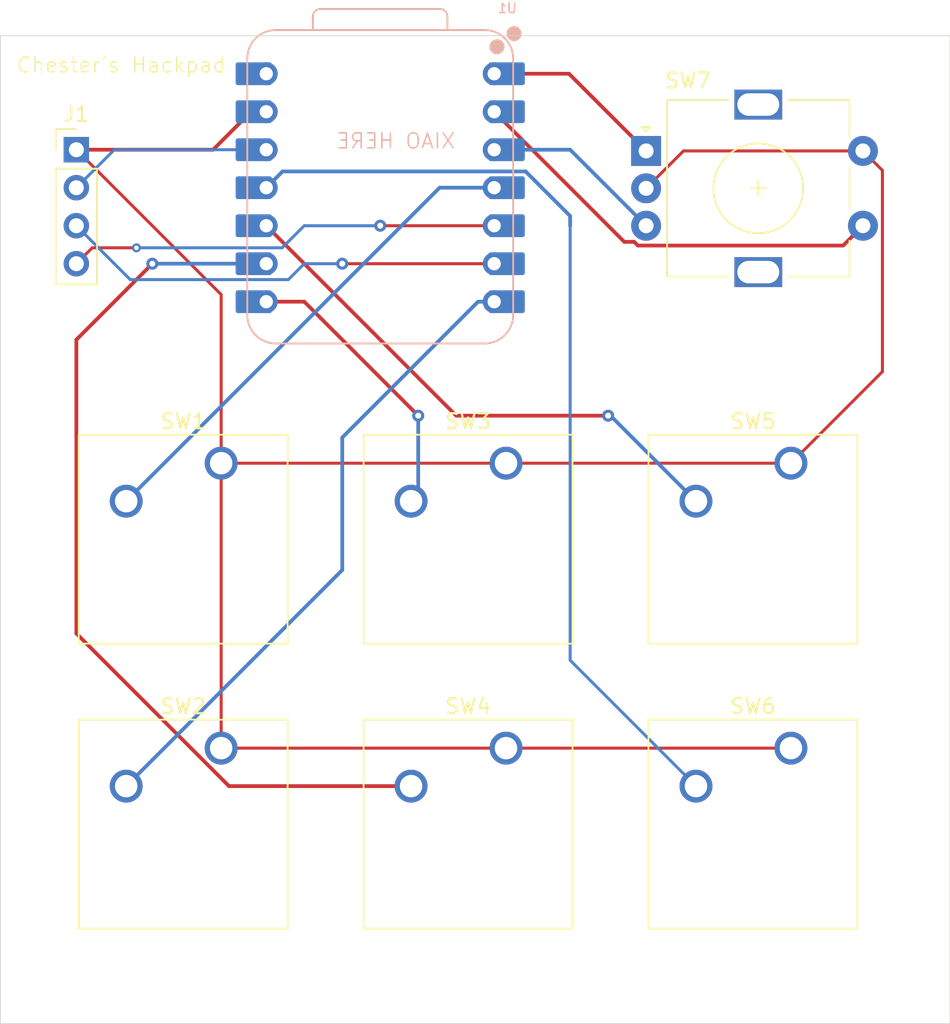
<source format=kicad_pcb>
(kicad_pcb (version 20241229) (generator "pcbnew") (generator_version "9.0")
  (layers (0 "F.Cu" signal) (2 "B.Cu" signal) (13 "F.Paste" user) (15 "B.Paste" user) (5 "F.SilkS" user "F.Silkscreen") (7 "B.SilkS" user "B.Silkscreen") (1 "F.Mask" user) (3 "B.Mask" user) (25 "Edge.Cuts" user))
  (net 0 "")
  (net 1 "Net-(U1-GPIO0{slash}TX)")
  (net 2 "Net-(U1-GPIO1{slash}RX)")
  (net 3 "Net-(U1-GPIO2{slash}SCK)")
  (net 4 "Net-(U1-GPIO4{slash}MISO)")
  (net 5 "Net-(U1-GPIO3{slash}MOSI)")
  (net 6 "Net-(U1-GPIO27{slash}ADC1{slash}A1)")
  (net 7 "Net-(U1-GPIO26{slash}ADC0{slash}A0)")
  (net 8 "Net-(U1-GPIO28{slash}ADC2{slash}A2)")
  (net 9 "+5V")
  (net 10 "Net-(U1-GPIO29{slash}ADC3{slash}A3)")
  (net 11 "Net-(J1-Pin_1)")
  (net 12 "Net-(J1-Pin_4)")
  (net 13 "Net-(J1-Pin_3)")
  (net 14 "Net-(J1-Pin_2)")
  (footprint "Button_Switch_Keyboard:SW_Cherry_MX_1.00u_PCB" (layer "F.Cu") (at 85.88375 156.845)
    (property "Reference" "SW2" (at -2.54 -2.794 0) (layer "F.SilkS"))
    (property "Value" "SW_Push")
    (fp_line (start -9.525 -1.905) (end 4.445 -1.905) (stroke (width 0.12)) (layer "F.SilkS"))
    (fp_line (start -9.525 12.065) (end -9.525 -1.905) (stroke (width 0.12)) (layer "F.SilkS"))
    (fp_line (start 4.445 -1.905) (end 4.445 12.065) (stroke (width 0.12)) (layer "F.SilkS"))
    (fp_line (start 4.445 12.065) (end -9.525 12.065) (stroke (width 0.12)) (layer "F.SilkS"))
    (pad "" np_thru_hole circle (at -7.62 5.08) (size 1.7 1.7) (drill 1.7) (layers "*.Cu" "*.Mask"))
    (pad "" np_thru_hole circle (at -2.54 5.08) (size 4 4) (drill 4) (layers "*.Cu" "*.Mask"))
    (pad "" np_thru_hole circle (at 2.54 5.08) (size 1.7 1.7) (drill 1.7) (layers "*.Cu" "*.Mask"))
    (pad "1" thru_hole circle (at 0 0) (size 2.2 2.2) (drill 1.5) (layers "*.Cu" "*.Mask") (net 11 "Net-(J1-Pin_1)"))
    (pad "2" thru_hole circle (at -6.35 2.54) (size 2.2 2.2) (drill 1.5) (layers "*.Cu" "*.Mask") (net 1 "Net-(U1-GPIO0{slash}TX)"))
  )
  (footprint "Button_Switch_Keyboard:SW_Cherry_MX_1.00u_PCB" (layer "F.Cu") (at 123.98375 156.845)
    (property "Reference" "SW6" (at -2.54 -2.794 0) (layer "F.SilkS"))
    (property "Value" "SW_Push")
    (fp_line (start -9.525 -1.905) (end 4.445 -1.905) (stroke (width 0.12)) (layer "F.SilkS"))
    (fp_line (start -9.525 12.065) (end -9.525 -1.905) (stroke (width 0.12)) (layer "F.SilkS"))
    (fp_line (start 4.445 -1.905) (end 4.445 12.065) (stroke (width 0.12)) (layer "F.SilkS"))
    (fp_line (start 4.445 12.065) (end -9.525 12.065) (stroke (width 0.12)) (layer "F.SilkS"))
    (pad "" np_thru_hole circle (at -7.62 5.08) (size 1.7 1.7) (drill 1.7) (layers "*.Cu" "*.Mask"))
    (pad "" np_thru_hole circle (at -2.54 5.08) (size 4 4) (drill 4) (layers "*.Cu" "*.Mask"))
    (pad "" np_thru_hole circle (at 2.54 5.08) (size 1.7 1.7) (drill 1.7) (layers "*.Cu" "*.Mask"))
    (pad "1" thru_hole circle (at 0 0) (size 2.2 2.2) (drill 1.5) (layers "*.Cu" "*.Mask") (net 11 "Net-(J1-Pin_1)"))
    (pad "2" thru_hole circle (at -6.35 2.54) (size 2.2 2.2) (drill 1.5) (layers "*.Cu" "*.Mask") (net 5 "Net-(U1-GPIO3{slash}MOSI)"))
  )
  (footprint "Connector_PinHeader_2.54mm:PinHeader_1x04_P2.54mm_Vertical" (layer "F.Cu") (at 76.2 116.84)
    (property "Reference" "J1" (at 0 -2.38 0) (layer "F.SilkS"))
    (property "Value" "Conn_01x04")
    (fp_line (start -1.38 -1.38) (end 0 -1.38) (stroke (width 0.12)) (layer "F.SilkS"))
    (fp_line (start -1.38 0) (end -1.38 -1.38) (stroke (width 0.12)) (layer "F.SilkS"))
    (fp_line (start -1.38 1.27) (end -1.38 9) (stroke (width 0.12)) (layer "F.SilkS"))
    (fp_line (start -1.38 1.27) (end 1.38 1.27) (stroke (width 0.12)) (layer "F.SilkS"))
    (fp_line (start -1.38 9) (end 1.38 9) (stroke (width 0.12)) (layer "F.SilkS"))
    (fp_line (start 1.38 1.27) (end 1.38 9) (stroke (width 0.12)) (layer "F.SilkS"))
    (pad "1" thru_hole rect (at 0 0) (size 1.7 1.7) (drill 1) (layers "*.Cu" "*.Mask") (net 11 "Net-(J1-Pin_1)"))
    (pad "2" thru_hole circle (at 0 2.54) (size 1.7 1.7) (drill 1) (layers "*.Cu" "*.Mask") (net 14 "Net-(J1-Pin_2)"))
    (pad "3" thru_hole circle (at 0 5.08) (size 1.7 1.7) (drill 1) (layers "*.Cu" "*.Mask") (net 13 "Net-(J1-Pin_3)"))
    (pad "4" thru_hole circle (at 0 7.62) (size 1.7 1.7) (drill 1) (layers "*.Cu" "*.Mask") (net 12 "Net-(J1-Pin_4)"))
  )
  (footprint "Button_Switch_Keyboard:SW_Cherry_MX_1.00u_PCB" (layer "F.Cu") (at 104.93375 137.795)
    (property "Reference" "SW3" (at -2.54 -2.794 0) (layer "F.SilkS"))
    (property "Value" "SW_Push")
    (fp_line (start -9.525 -1.905) (end 4.445 -1.905) (stroke (width 0.12)) (layer "F.SilkS"))
    (fp_line (start -9.525 12.065) (end -9.525 -1.905) (stroke (width 0.12)) (layer "F.SilkS"))
    (fp_line (start 4.445 -1.905) (end 4.445 12.065) (stroke (width 0.12)) (layer "F.SilkS"))
    (fp_line (start 4.445 12.065) (end -9.525 12.065) (stroke (width 0.12)) (layer "F.SilkS"))
    (pad "" np_thru_hole circle (at -7.62 5.08) (size 1.7 1.7) (drill 1.7) (layers "*.Cu" "*.Mask"))
    (pad "" np_thru_hole circle (at -2.54 5.08) (size 4 4) (drill 4) (layers "*.Cu" "*.Mask"))
    (pad "" np_thru_hole circle (at 2.54 5.08) (size 1.7 1.7) (drill 1.7) (layers "*.Cu" "*.Mask"))
    (pad "1" thru_hole circle (at 0 0) (size 2.2 2.2) (drill 1.5) (layers "*.Cu" "*.Mask") (net 11 "Net-(J1-Pin_1)"))
    (pad "2" thru_hole circle (at -6.35 2.54) (size 2.2 2.2) (drill 1.5) (layers "*.Cu" "*.Mask") (net 2 "Net-(U1-GPIO1{slash}RX)"))
  )
  (footprint "Button_Switch_Keyboard:SW_Cherry_MX_1.00u_PCB" (layer "F.Cu") (at 104.93375 156.845)
    (property "Reference" "SW4" (at -2.54 -2.794 0) (layer "F.SilkS"))
    (property "Value" "SW_Push")
    (fp_line (start -9.525 -1.905) (end 4.445 -1.905) (stroke (width 0.12)) (layer "F.SilkS"))
    (fp_line (start -9.525 12.065) (end -9.525 -1.905) (stroke (width 0.12)) (layer "F.SilkS"))
    (fp_line (start 4.445 -1.905) (end 4.445 12.065) (stroke (width 0.12)) (layer "F.SilkS"))
    (fp_line (start 4.445 12.065) (end -9.525 12.065) (stroke (width 0.12)) (layer "F.SilkS"))
    (pad "" np_thru_hole circle (at -7.62 5.08) (size 1.7 1.7) (drill 1.7) (layers "*.Cu" "*.Mask"))
    (pad "" np_thru_hole circle (at -2.54 5.08) (size 4 4) (drill 4) (layers "*.Cu" "*.Mask"))
    (pad "" np_thru_hole circle (at 2.54 5.08) (size 1.7 1.7) (drill 1.7) (layers "*.Cu" "*.Mask"))
    (pad "1" thru_hole circle (at 0 0) (size 2.2 2.2) (drill 1.5) (layers "*.Cu" "*.Mask") (net 11 "Net-(J1-Pin_1)"))
    (pad "2" thru_hole circle (at -6.35 2.54) (size 2.2 2.2) (drill 1.5) (layers "*.Cu" "*.Mask") (net 3 "Net-(U1-GPIO2{slash}SCK)"))
  )
  (footprint "Button_Switch_Keyboard:SW_Cherry_MX_1.00u_PCB" (layer "F.Cu") (at 123.98375 137.795)
    (property "Reference" "SW5" (at -2.54 -2.794 0) (layer "F.SilkS"))
    (property "Value" "SW_Push")
    (fp_line (start -9.525 -1.905) (end 4.445 -1.905) (stroke (width 0.12)) (layer "F.SilkS"))
    (fp_line (start -9.525 12.065) (end -9.525 -1.905) (stroke (width 0.12)) (layer "F.SilkS"))
    (fp_line (start 4.445 -1.905) (end 4.445 12.065) (stroke (width 0.12)) (layer "F.SilkS"))
    (fp_line (start 4.445 12.065) (end -9.525 12.065) (stroke (width 0.12)) (layer "F.SilkS"))
    (pad "" np_thru_hole circle (at -7.62 5.08) (size 1.7 1.7) (drill 1.7) (layers "*.Cu" "*.Mask"))
    (pad "" np_thru_hole circle (at -2.54 5.08) (size 4 4) (drill 4) (layers "*.Cu" "*.Mask"))
    (pad "" np_thru_hole circle (at 2.54 5.08) (size 1.7 1.7) (drill 1.7) (layers "*.Cu" "*.Mask"))
    (pad "1" thru_hole circle (at 0 0) (size 2.2 2.2) (drill 1.5) (layers "*.Cu" "*.Mask") (net 11 "Net-(J1-Pin_1)"))
    (pad "2" thru_hole circle (at -6.35 2.54) (size 2.2 2.2) (drill 1.5) (layers "*.Cu" "*.Mask") (net 4 "Net-(U1-GPIO4{slash}MISO)"))
  )
  (footprint "Rotary_Encoder:RotaryEncoder_Alps_EC11E-Switch_Vertical_H20mm" (layer "F.Cu") (at 114.3 116.92)
    (property "Reference" "SW7" (at 2.8 -4.7 0) (layer "F.SilkS"))
    (property "Value" "RotaryEncoder_Switch")
    (fp_line (start -0.3 -1.6) (end 0.3 -1.6) (stroke (width 0.12)) (layer "F.SilkS"))
    (fp_line (start 0 -1.3) (end -0.3 -1.6) (stroke (width 0.12)) (layer "F.SilkS"))
    (fp_line (start 0.3 -1.6) (end 0 -1.3) (stroke (width 0.12)) (layer "F.SilkS"))
    (fp_line (start 1.4 -3.4) (end 1.4 8.4) (stroke (width 0.12)) (layer "F.SilkS"))
    (fp_line (start 5.5 -3.4) (end 1.4 -3.4) (stroke (width 0.12)) (layer "F.SilkS"))
    (fp_line (start 5.5 8.4) (end 1.4 8.4) (stroke (width 0.12)) (layer "F.SilkS"))
    (fp_line (start 7 2.5) (end 8 2.5) (stroke (width 0.12)) (layer "F.SilkS"))
    (fp_line (start 7.5 2) (end 7.5 3) (stroke (width 0.12)) (layer "F.SilkS"))
    (fp_line (start 9.5 -3.4) (end 13.6 -3.4) (stroke (width 0.12)) (layer "F.SilkS"))
    (fp_line (start 13.6 -3.4) (end 13.6 -1) (stroke (width 0.12)) (layer "F.SilkS"))
    (fp_line (start 13.6 1.2) (end 13.6 3.8) (stroke (width 0.12)) (layer "F.SilkS"))
    (fp_line (start 13.6 6) (end 13.6 8.4) (stroke (width 0.12)) (layer "F.SilkS"))
    (fp_line (start 13.6 8.4) (end 9.5 8.4) (stroke (width 0.12)) (layer "F.SilkS"))
    (fp_circle (center 7.5 2.5) (end 10.5 2.5) (stroke (width 0.12)) (fill no) (layer "F.SilkS"))
    (pad "A" thru_hole rect (at 0 0) (size 2 2) (drill 1) (layers "*.Cu" "*.Mask") (net 7 "Net-(U1-GPIO26{slash}ADC0{slash}A0)"))
    (pad "B" thru_hole circle (at 0 5) (size 2 2) (drill 1) (layers "*.Cu" "*.Mask") (net 8 "Net-(U1-GPIO28{slash}ADC2{slash}A2)"))
    (pad "C" thru_hole circle (at 0 2.5) (size 2 2) (drill 1) (layers "*.Cu" "*.Mask") (net 11 "Net-(J1-Pin_1)"))
    (pad "MP" thru_hole rect (at 7.5 -3.1) (size 3.2 2) (drill oval 2.8 1.5) (layers "*.Cu" "*.Mask"))
    (pad "MP" thru_hole rect (at 7.5 8.1) (size 3.2 2) (drill oval 2.8 1.5) (layers "*.Cu" "*.Mask"))
    (pad "S1" thru_hole circle (at 14.5 5) (size 2 2) (drill 1) (layers "*.Cu" "*.Mask") (net 6 "Net-(U1-GPIO27{slash}ADC1{slash}A1)"))
    (pad "S2" thru_hole circle (at 14.5 0) (size 2 2) (drill 1) (layers "*.Cu" "*.Mask") (net 11 "Net-(J1-Pin_1)"))
  )
  (footprint "Button_Switch_Keyboard:SW_Cherry_MX_1.00u_PCB" (layer "F.Cu") (at 85.88375 137.795)
    (property "Reference" "SW1" (at -2.54 -2.794 0) (layer "F.SilkS"))
    (property "Value" "SW_Push")
    (fp_line (start -9.525 -1.905) (end 4.445 -1.905) (stroke (width 0.12)) (layer "F.SilkS"))
    (fp_line (start -9.525 12.065) (end -9.525 -1.905) (stroke (width 0.12)) (layer "F.SilkS"))
    (fp_line (start 4.445 -1.905) (end 4.445 12.065) (stroke (width 0.12)) (layer "F.SilkS"))
    (fp_line (start 4.445 12.065) (end -9.525 12.065) (stroke (width 0.12)) (layer "F.SilkS"))
    (pad "" np_thru_hole circle (at -7.62 5.08) (size 1.7 1.7) (drill 1.7) (layers "*.Cu" "*.Mask"))
    (pad "" np_thru_hole circle (at -2.54 5.08) (size 4 4) (drill 4) (layers "*.Cu" "*.Mask"))
    (pad "" np_thru_hole circle (at 2.54 5.08) (size 1.7 1.7) (drill 1.7) (layers "*.Cu" "*.Mask"))
    (pad "1" thru_hole circle (at 0 0) (size 2.2 2.2) (drill 1.5) (layers "*.Cu" "*.Mask") (net 11 "Net-(J1-Pin_1)"))
    (pad "2" thru_hole circle (at -6.35 2.54) (size 2.2 2.2) (drill 1.5) (layers "*.Cu" "*.Mask") (net 10 "Net-(U1-GPIO29{slash}ADC3{slash}A3)"))
  )
  (footprint "OPL:XIAO-RP2040-DIP" (layer "B.Cu") (at 96.52 119.38 180)
    (property "Reference" "U1" (at -8.5 12 0) (layer "B.SilkS") (effects (font (size 0.635 0.635) (thickness 0.1016)) (justify mirror)))
    (property "Value" "XIAO-RP2040-DIP")
    (fp_line (start 8.89 -8.509) (end 8.89 8.636) (stroke (width 0.127)) (layer "B.SilkS"))
    (fp_line (start 6.985 10.541) (end -6.985 10.541) (stroke (width 0.1)) (layer "B.SilkS"))
    (fp_line (start 6.985 10.541) (end -6.985 10.541) (stroke (width 0.127)) (layer "B.SilkS"))
    (fp_line (start 4.504 11.451) (end 4.504 10.541) (stroke (width 0.127)) (layer "B.SilkS"))
    (fp_line (start -3.991272 11.951) (end 4.004 11.951) (stroke (width 0.127)) (layer "B.SilkS"))
    (fp_line (start -4.495 10.541) (end -4.491272 11.451272) (stroke (width 0.127)) (layer "B.SilkS"))
    (fp_line (start -6.985 -10.414) (end 6.985 -10.414) (stroke (width 0.127)) (layer "B.SilkS"))
    (fp_line (start -8.89 -8.509) (end -8.89 8.636) (stroke (width 0.127)) (layer "B.SilkS"))
    (fp_arc (start 8.89 8.636) (mid 8.332038 9.983038) (end 6.985 10.541) (stroke (width 0.127)) (layer "B.SilkS"))
    (fp_arc (start 6.985 -10.414) (mid 8.332038 -9.856038) (end 8.89 -8.509) (stroke (width 0.127)) (layer "B.SilkS"))
    (fp_arc (start 4.504 11.451) (mid 4.357553 11.804553) (end 4.004 11.951) (stroke (width 0.127)) (layer "B.SilkS"))
    (fp_arc (start -3.991272 11.951) (mid -4.344724 11.804644) (end -4.491272 11.451272) (stroke (width 0.127)) (layer "B.SilkS"))
    (fp_arc (start -6.985 10.541) (mid -8.332038 9.983038) (end -8.89 8.636) (stroke (width 0.127)) (layer "B.SilkS"))
    (fp_arc (start -8.89 -8.509) (mid -8.332038 -9.856038) (end -6.985 -10.414) (stroke (width 0.127)) (layer "B.SilkS"))
    (fp_circle (center -7.807 9.42) (end -7.807 9.674) (stroke (width 0.5)) (fill yes) (layer "B.SilkS"))
    (fp_circle (center -8.95 10.3) (end -8.95 10.554) (stroke (width 0.5)) (fill yes) (layer "B.SilkS"))
    (pad "1" smd roundrect (at -8.455 7.62) (size 2.432 1.524) (layers "B.Cu" "B.Mask") (roundrect_rratio 0.1) (net 7 "Net-(U1-GPIO26{slash}ADC0{slash}A0)"))
    (pad "1" thru_hole circle (at -7.62 7.62) (size 1.524 1.524) (drill 0.889) (layers "*.Cu" "*.Mask") (net 7 "Net-(U1-GPIO26{slash}ADC0{slash}A0)"))
    (pad "2" smd roundrect (at -8.455 5.08) (size 2.432 1.524) (layers "B.Cu" "B.Mask") (roundrect_rratio 0.1) (net 6 "Net-(U1-GPIO27{slash}ADC1{slash}A1)"))
    (pad "2" thru_hole circle (at -7.62 5.08) (size 1.524 1.524) (drill 0.889) (layers "*.Cu" "*.Mask") (net 6 "Net-(U1-GPIO27{slash}ADC1{slash}A1)"))
    (pad "3" smd roundrect (at -8.455 2.54) (size 2.432 1.524) (layers "B.Cu" "B.Mask") (roundrect_rratio 0.1) (net 8 "Net-(U1-GPIO28{slash}ADC2{slash}A2)"))
    (pad "3" thru_hole circle (at -7.62 2.54) (size 1.524 1.524) (drill 0.889) (layers "*.Cu" "*.Mask") (net 8 "Net-(U1-GPIO28{slash}ADC2{slash}A2)"))
    (pad "4" smd roundrect (at -8.455 0) (size 2.432 1.524) (layers "B.Cu" "B.Mask") (roundrect_rratio 0.1) (net 10 "Net-(U1-GPIO29{slash}ADC3{slash}A3)"))
    (pad "4" thru_hole circle (at -7.62 0) (size 1.524 1.524) (drill 0.889) (layers "*.Cu" "*.Mask") (net 10 "Net-(U1-GPIO29{slash}ADC3{slash}A3)"))
    (pad "5" smd roundrect (at -8.455 -2.54) (size 2.432 1.524) (layers "B.Cu" "B.Mask") (roundrect_rratio 0.1) (net 12 "Net-(J1-Pin_4)"))
    (pad "5" thru_hole circle (at -7.62 -2.54) (size 1.524 1.524) (drill 0.889) (layers "*.Cu" "*.Mask") (net 12 "Net-(J1-Pin_4)"))
    (pad "6" smd roundrect (at -8.455 -5.08) (size 2.432 1.524) (layers "B.Cu" "B.Mask") (roundrect_rratio 0.1) (net 13 "Net-(J1-Pin_3)"))
    (pad "6" thru_hole circle (at -7.62 -5.08) (size 1.524 1.524) (drill 0.889) (layers "*.Cu" "*.Mask") (net 13 "Net-(J1-Pin_3)"))
    (pad "7" smd roundrect (at -8.455 -7.62) (size 2.432 1.524) (layers "B.Cu" "B.Mask") (roundrect_rratio 0.1) (net 1 "Net-(U1-GPIO0{slash}TX)"))
    (pad "7" thru_hole circle (at -7.62 -7.62) (size 1.524 1.524) (drill 0.889) (layers "*.Cu" "*.Mask") (net 1 "Net-(U1-GPIO0{slash}TX)"))
    (pad "8" thru_hole circle (at 7.62 -7.62 180) (size 1.524 1.524) (drill 0.889) (layers "*.Cu" "*.Mask") (net 2 "Net-(U1-GPIO1{slash}RX)"))
    (pad "8" smd roundrect (at 8.455 -7.62 180) (size 2.432 1.524) (layers "B.Cu" "B.Mask") (roundrect_rratio 0.1) (net 2 "Net-(U1-GPIO1{slash}RX)"))
    (pad "9" thru_hole circle (at 7.62 -5.08 180) (size 1.524 1.524) (drill 0.889) (layers "*.Cu" "*.Mask") (net 3 "Net-(U1-GPIO2{slash}SCK)"))
    (pad "9" smd roundrect (at 8.455 -5.08 180) (size 2.432 1.524) (layers "B.Cu" "B.Mask") (roundrect_rratio 0.1) (net 3 "Net-(U1-GPIO2{slash}SCK)"))
    (pad "10" thru_hole circle (at 7.62 -2.54 180) (size 1.524 1.524) (drill 0.889) (layers "*.Cu" "*.Mask") (net 4 "Net-(U1-GPIO4{slash}MISO)"))
    (pad "10" smd roundrect (at 8.455 -2.54 180) (size 2.432 1.524) (layers "B.Cu" "B.Mask") (roundrect_rratio 0.1) (net 4 "Net-(U1-GPIO4{slash}MISO)"))
    (pad "11" thru_hole circle (at 7.62 0 180) (size 1.524 1.524) (drill 0.889) (layers "*.Cu" "*.Mask") (net 5 "Net-(U1-GPIO3{slash}MOSI)"))
    (pad "11" smd roundrect (at 8.455 0 180) (size 2.432 1.524) (layers "B.Cu" "B.Mask") (roundrect_rratio 0.1) (net 5 "Net-(U1-GPIO3{slash}MOSI)"))
    (pad "12" thru_hole circle (at 7.62 2.54 180) (size 1.524 1.524) (drill 0.889) (layers "*.Cu" "*.Mask") (net 14 "Net-(J1-Pin_2)"))
    (pad "12" smd roundrect (at 8.455 2.54 180) (size 2.432 1.524) (layers "B.Cu" "B.Mask") (roundrect_rratio 0.1) (net 14 "Net-(J1-Pin_2)"))
    (pad "13" thru_hole circle (at 7.62 5.08 180) (size 1.524 1.524) (drill 0.889) (layers "*.Cu" "*.Mask") (net 11 "Net-(J1-Pin_1)"))
    (pad "13" smd roundrect (at 8.455 5.08 180) (size 2.432 1.524) (layers "B.Cu" "B.Mask") (roundrect_rratio 0.1) (net 11 "Net-(J1-Pin_1)"))
    (pad "14" thru_hole circle (at 7.62 7.62 180) (size 1.524 1.524) (drill 0.889) (layers "*.Cu" "*.Mask") (net 9 "+5V"))
    (pad "14" smd roundrect (at 8.455 7.62 180) (size 2.432 1.524) (layers "B.Cu" "B.Mask") (roundrect_rratio 0.1) (net 9 "+5V"))
  )
  (gr_rect (start 71.12 109.22) (end 134.62 175.26) (stroke (width 0.05)) (fill no) (layer "Edge.Cuts"))
  (gr_text "Chester's Hackpad" (at 72.136 111.76 0) (layer "F.SilkS") (effects (font (size 1 1) (thickness 0.1)) (justify left bottom)))
  (gr_text "XIAO HERE" (at 101.6 116.84 0) (layer "B.SilkS") (effects (font (size 1 1) (thickness 0.1)) (justify left bottom mirror)))
  (segment (start 93.98 144.93875) (end 93.98 136.08237) (width 0.25) (layer "B.Cu") (net 1))
  (segment (start 93.98 136.08237) (end 103.06237 127) (width 0.25) (layer "B.Cu") (net 1))
  (segment (start 79.53375 159.385) (end 93.98 144.93875) (width 0.25) (layer "B.Cu") (net 1))
  (segment (start 103.06237 127) (end 104.14 127) (width 0.25) (layer "B.Cu") (net 1))
  (segment (start 91.44 127) (end 88.9 127) (width 0.25) (layer "F.Cu") (net 2))
  (segment (start 99.06 134.62) (end 91.44 127) (width 0.25) (layer "F.Cu") (net 2))
  (via (at 99.06 134.62) (size 0.8) (drill 0.4) (layers "F.Cu" "B.Cu") (net 2))
  (segment (start 98.58375 140.335) (end 99.06 139.85875) (width 0.25) (layer "B.Cu") (net 2))
  (segment (start 99.06 139.85875) (end 99.06 134.62) (width 0.25) (layer "B.Cu") (net 2))
  (segment (start 86.407081 159.385) (end 98.58375 159.385) (width 0.25) (layer "F.Cu") (net 3))
  (segment (start 76.2 129.54) (end 76.2 149.177919) (width 0.25) (layer "F.Cu") (net 3))
  (segment (start 81.28 124.46) (end 76.2 129.54) (width 0.25) (layer "F.Cu") (net 3))
  (segment (start 76.2 149.177919) (end 86.407081 159.385) (width 0.25) (layer "F.Cu") (net 3))
  (via (at 81.28 124.46) (size 0.8) (drill 0.4) (layers "F.Cu" "B.Cu") (net 3))
  (segment (start 88.9 124.46) (end 81.28 124.46) (width 0.25) (layer "B.Cu") (net 3))
  (segment (start 101.6 134.62) (end 111.76 134.62) (width 0.25) (layer "F.Cu") (net 4))
  (segment (start 88.9 121.92) (end 101.6 134.62) (width 0.25) (layer "F.Cu") (net 4))
  (via (at 111.76 134.62) (size 0.8) (drill 0.4) (layers "F.Cu" "B.Cu") (net 4))
  (segment (start 111.91875 134.62) (end 117.63375 140.335) (width 0.25) (layer "B.Cu") (net 4))
  (segment (start 111.76 134.62) (end 111.91875 134.62) (width 0.25) (layer "B.Cu") (net 4))
  (segment (start 89.988 118.292) (end 106.240982 118.292) (width 0.25) (layer "B.Cu") (net 5))
  (segment (start 109.22 150.97125) (end 117.63375 159.385) (width 0.2) (layer "B.Cu") (net 5))
  (segment (start 106.240982 118.292) (end 109.22 121.271018) (width 0.25) (layer "B.Cu") (net 5))
  (segment (start 88.9 119.38) (end 89.988 118.292) (width 0.25) (layer "B.Cu") (net 5))
  (segment (start 109.22 121.271018) (end 109.22 121.92) (width 0.25) (layer "B.Cu") (net 5))
  (segment (start 109.22 121.92) (end 109.22 150.97125) (width 0.2) (layer "B.Cu") (net 5))
  (segment (start 113.750752 123.246) (end 127.474 123.246) (width 0.25) (layer "F.Cu") (net 6))
  (segment (start 104.14 114.3) (end 112.840678 123.000678) (width 0.25) (layer "F.Cu") (net 6))
  (segment (start 112.840678 123.000678) (end 113.50543 123.000678) (width 0.25) (layer "F.Cu") (net 6))
  (segment (start 127.474 123.246) (end 128.8 121.92) (width 0.25) (layer "F.Cu") (net 6))
  (segment (start 113.50543 123.000678) (end 113.750752 123.246) (width 0.25) (layer "F.Cu") (net 6))
  (segment (start 104.14 111.76) (end 109.14 111.76) (width 0.25) (layer "F.Cu") (net 7))
  (segment (start 109.14 111.76) (end 114.3 116.92) (width 0.25) (layer "F.Cu") (net 7))
  (segment (start 109.22 116.84) (end 104.975 116.84) (width 0.25) (layer "B.Cu") (net 8))
  (segment (start 114.3 121.92) (end 109.22 116.84) (width 0.25) (layer "B.Cu") (net 8))
  (segment (start 100.48875 119.38) (end 104.14 119.38) (width 0.25) (layer "B.Cu") (net 10))
  (segment (start 79.53375 140.335) (end 100.48875 119.38) (width 0.25) (layer "B.Cu") (net 10))
  (segment (start 88.9 114.3) (end 87.884 114.3) (width 0.25) (layer "F.Cu") (net 11))
  (segment (start 123.98375 137.795) (end 85.88375 137.795) (width 0.2) (layer "F.Cu") (net 11))
  (segment (start 116.8 116.92) (end 114.3 119.42) (width 0.2) (layer "F.Cu") (net 11))
  (segment (start 130.101 131.67775) (end 123.98375 137.795) (width 0.2) (layer "F.Cu") (net 11))
  (segment (start 85.88375 137.795) (end 85.88375 156.845) (width 0.2) (layer "F.Cu") (net 11))
  (segment (start 88.9 114.3) (end 88.286374 114.3) (width 0.2) (layer "F.Cu") (net 11))
  (segment (start 128.8 116.92) (end 116.8 116.92) (width 0.2) (layer "F.Cu") (net 11))
  (segment (start 85.88375 156.845) (end 123.98375 156.845) (width 0.2) (layer "F.Cu") (net 11))
  (segment (start 87.884 114.3) (end 85.344 116.84) (width 0.25) (layer "F.Cu") (net 11))
  (segment (start 85.88375 126.52375) (end 76.2 116.84) (width 0.2) (layer "F.Cu") (net 11))
  (segment (start 128.8 116.92) (end 130.101 118.221) (width 0.2) (layer "F.Cu") (net 11))
  (segment (start 130.101 118.221) (end 130.101 131.67775) (width 0.2) (layer "F.Cu") (net 11))
  (segment (start 85.88375 137.795) (end 85.88375 126.52375) (width 0.2) (layer "F.Cu") (net 11))
  (segment (start 85.344 116.84) (end 76.2 116.84) (width 0.25) (layer "F.Cu") (net 11))
  (segment (start 77.263 123.397) (end 80.217 123.397) (width 0.2) (layer "F.Cu") (net 12))
  (segment (start 76.2 124.46) (end 77.263 123.397) (width 0.2) (layer "F.Cu") (net 12))
  (segment (start 96.52 121.92) (end 104.14 121.92) (width 0.2) (layer "F.Cu") (net 12))
  (via (at 96.52 121.92) (size 0.8) (drill 0.4) (layers "F.Cu" "B.Cu") (net 12))
  (via (at 80.217 123.397) (size 0.6) (drill 0.3) (layers "F.Cu" "B.Cu") (net 12))
  (segment (start 91.44 121.92) (end 96.52 121.92) (width 0.2) (layer "B.Cu") (net 12))
  (segment (start 80.217 123.397) (end 89.963 123.397) (width 0.2) (layer "B.Cu") (net 12))
  (segment (start 89.963 123.397) (end 91.44 121.92) (width 0.2) (layer "B.Cu") (net 12))
  (segment (start 93.98 124.46) (end 104.14 124.46) (width 0.2) (layer "F.Cu") (net 13))
  (via (at 93.98 124.46) (size 0.8) (drill 0.4) (layers "F.Cu" "B.Cu") (net 13))
  (segment (start 79.803 125.523) (end 90.377 125.523) (width 0.2) (layer "B.Cu") (net 13))
  (segment (start 78.74 124.46) (end 79.803 125.523) (width 0.2) (layer "B.Cu") (net 13))
  (segment (start 90.377 125.523) (end 91.44 124.46) (width 0.2) (layer "B.Cu") (net 13))
  (segment (start 91.44 124.46) (end 93.98 124.46) (width 0.2) (layer "B.Cu") (net 13))
  (segment (start 76.2 121.92) (end 78.74 124.46) (width 0.2) (layer "B.Cu") (net 13))
  (segment (start 78.74 116.84) (end 88.9 116.84) (width 0.2) (layer "B.Cu") (net 14))
  (segment (start 76.2 119.38) (end 78.74 116.84) (width 0.2) (layer "B.Cu") (net 14))
)
</source>
